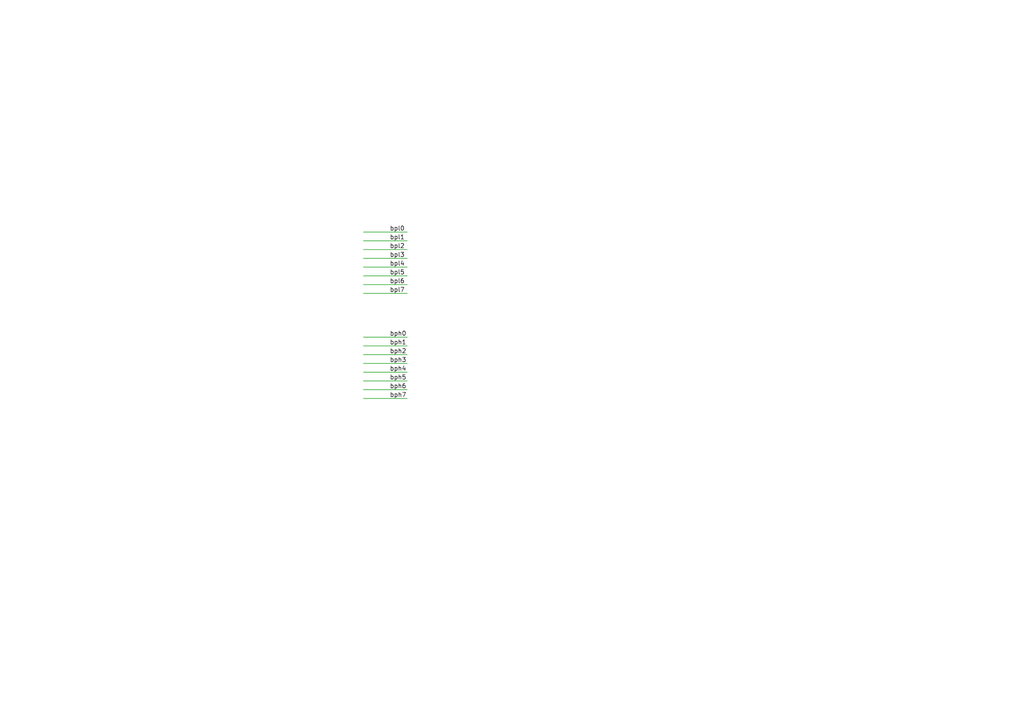
<source format=kicad_sch>
(kicad_sch (version 20230121) (generator eeschema)
  (paper "A4")
  (lib_symbols)
  (wire (pts (xy 105.41 80.01) (xy 118.11 80.01)))
  (wire (pts (xy 105.41 69.85) (xy 118.11 69.85)))
  (wire (pts (xy 105.41 100.33) (xy 118.11 100.33)))
  (wire (pts (xy 105.41 105.41) (xy 118.11 105.41)))
  (wire (pts (xy 105.41 77.47) (xy 118.11 77.47)))
  (wire (pts (xy 105.41 74.93) (xy 118.11 74.93)))
  (wire (pts (xy 105.41 115.57) (xy 118.11 115.57)))
  (wire (pts (xy 105.41 67.31) (xy 118.11 67.31)))
  (wire (pts (xy 105.41 107.95) (xy 118.11 107.95)))
  (wire (pts (xy 105.41 110.49) (xy 118.11 110.49)))
  (wire (pts (xy 105.41 97.79) (xy 118.11 97.79)))
  (wire (pts (xy 105.41 82.55) (xy 118.11 82.55)))
  (wire (pts (xy 105.41 72.39) (xy 118.11 72.39)))
  (wire (pts (xy 105.41 113.03) (xy 118.11 113.03)))
  (wire (pts (xy 105.41 85.09) (xy 118.11 85.09)))
  (wire (pts (xy 105.41 102.87) (xy 118.11 102.87)))
  (label "bpl4" (at 113.03 77.47 0))
  (label "bpl5" (at 113.03 80.01 0))
  (label "bpl0" (at 113.03 67.31 0))
  (label "bph5" (at 113.03 110.49 0))
  (label "bpl1" (at 113.03 69.85 0))
  (label "bpl2" (at 113.03 72.39 0))
  (label "bpl6" (at 113.03 82.55 0))
  (label "bph1" (at 113.03 100.33 0))
  (label "bpl7" (at 113.03 85.09 0))
  (label "bpl3" (at 113.03 74.93 0))
  (label "bph0" (at 113.03 97.79 0))
  (label "bph3" (at 113.03 105.41 0))
  (label "bph7" (at 113.03 115.57 0))
  (label "bph2" (at 113.03 102.87 0))
  (label "bph6" (at 113.03 113.03 0))
  (label "bph4" (at 113.03 107.95 0))
)
</source>
